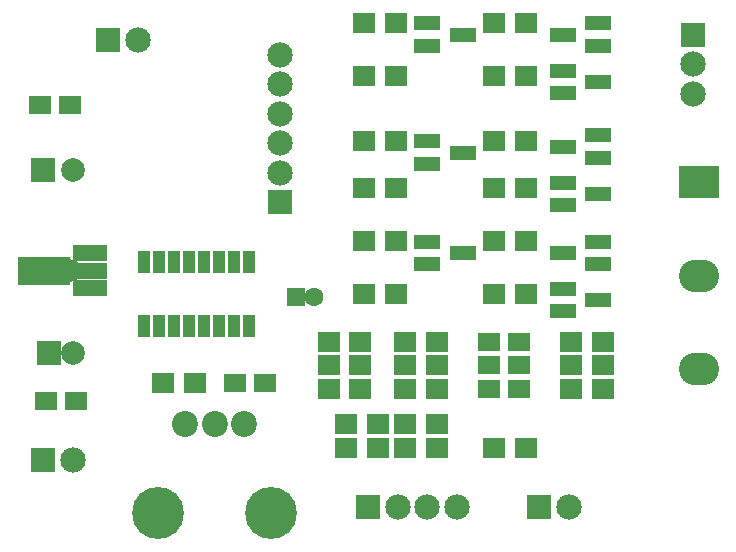
<source format=gts>
G04 #@! TF.FileFunction,Soldermask,Top*
%FSLAX46Y46*%
G04 Gerber Fmt 4.6, Leading zero omitted, Abs format (unit mm)*
G04 Created by KiCad (PCBNEW 4.0.7) date 06/22/18 18:45:24*
%MOMM*%
%LPD*%
G01*
G04 APERTURE LIST*
%ADD10C,0.100000*%
%ADD11R,2.150000X2.150000*%
%ADD12C,2.150000*%
%ADD13R,1.900000X1.650000*%
%ADD14R,2.000000X2.000000*%
%ADD15C,2.000000*%
%ADD16R,1.600000X1.600000*%
%ADD17C,1.600000*%
%ADD18R,1.900000X1.700000*%
%ADD19R,2.300000X1.200000*%
%ADD20C,2.200000*%
%ADD21C,4.400000*%
%ADD22R,2.900000X1.400000*%
%ADD23R,4.400000X2.400000*%
%ADD24R,1.000000X1.900000*%
%ADD25R,3.400000X2.750000*%
%ADD26O,3.400000X2.750000*%
G04 APERTURE END LIST*
D10*
D11*
X9500000Y45500000D03*
D12*
X12000000Y45500000D03*
D13*
X3750000Y40000000D03*
X6250000Y40000000D03*
D14*
X4000000Y34500000D03*
D15*
X6500000Y34500000D03*
D14*
X4500000Y19000000D03*
D15*
X6500000Y19000000D03*
D13*
X4250000Y15000000D03*
X6750000Y15000000D03*
D16*
X25400000Y23800000D03*
D17*
X26900000Y23800000D03*
D13*
X20250000Y16500000D03*
X22750000Y16500000D03*
X41750000Y20000000D03*
X44250000Y20000000D03*
X41750000Y18000000D03*
X44250000Y18000000D03*
X41750000Y16000000D03*
X44250000Y16000000D03*
D18*
X34650000Y13000000D03*
X37350000Y13000000D03*
X34650000Y11000000D03*
X37350000Y11000000D03*
D11*
X31500000Y6000000D03*
D12*
X34000000Y6000000D03*
X36500000Y6000000D03*
X39000000Y6000000D03*
D11*
X46000000Y6000000D03*
D12*
X48500000Y6000000D03*
D11*
X59000000Y46000000D03*
D12*
X59000000Y43500000D03*
X59000000Y41000000D03*
D19*
X36500000Y46950000D03*
X36500000Y45050000D03*
X39500000Y46000000D03*
X51000000Y45050000D03*
X51000000Y46950000D03*
X48000000Y46000000D03*
X48000000Y42950000D03*
X48000000Y41050000D03*
X51000000Y42000000D03*
X36500000Y36950000D03*
X36500000Y35050000D03*
X39500000Y36000000D03*
X51000000Y35550000D03*
X51000000Y37450000D03*
X48000000Y36500000D03*
X48000000Y33450000D03*
X48000000Y31550000D03*
X51000000Y32500000D03*
X36500000Y28450000D03*
X36500000Y26550000D03*
X39500000Y27500000D03*
X51000000Y26550000D03*
X51000000Y28450000D03*
X48000000Y27500000D03*
X48000000Y24450000D03*
X48000000Y22550000D03*
X51000000Y23500000D03*
D18*
X33850000Y47000000D03*
X31150000Y47000000D03*
X33850000Y42500000D03*
X31150000Y42500000D03*
X44850000Y42500000D03*
X42150000Y42500000D03*
X44850000Y47000000D03*
X42150000Y47000000D03*
X29650000Y13000000D03*
X32350000Y13000000D03*
X29650000Y11000000D03*
X32350000Y11000000D03*
X33850000Y37000000D03*
X31150000Y37000000D03*
X33850000Y33000000D03*
X31150000Y33000000D03*
X16850000Y16500000D03*
X14150000Y16500000D03*
X44850000Y33000000D03*
X42150000Y33000000D03*
X44850000Y37000000D03*
X42150000Y37000000D03*
X33850000Y28500000D03*
X31150000Y28500000D03*
X33850000Y24000000D03*
X31150000Y24000000D03*
X44850000Y24000000D03*
X42150000Y24000000D03*
X42150000Y11000000D03*
X44850000Y11000000D03*
X44850000Y28500000D03*
X42150000Y28500000D03*
X28150000Y20000000D03*
X30850000Y20000000D03*
X28150000Y18000000D03*
X30850000Y18000000D03*
X28150000Y16000000D03*
X30850000Y16000000D03*
X34650000Y20000000D03*
X37350000Y20000000D03*
X34650000Y18000000D03*
X37350000Y18000000D03*
X34650000Y16000000D03*
X37350000Y16000000D03*
X51350000Y20000000D03*
X48650000Y20000000D03*
X51350000Y18000000D03*
X48650000Y18000000D03*
X51350000Y16000000D03*
X48650000Y16000000D03*
D20*
X21000000Y13000000D03*
X18500000Y13000000D03*
X16000000Y13000000D03*
D21*
X23250000Y5500000D03*
X13750000Y5500000D03*
D22*
X7980000Y24500000D03*
X7980000Y26000000D03*
X7980000Y27500000D03*
D23*
X4020000Y26000000D03*
D10*
G36*
X5795000Y27200000D02*
X6945000Y26700000D01*
X6945000Y25300000D01*
X5795000Y24800000D01*
X5795000Y27200000D01*
X5795000Y27200000D01*
G37*
D24*
X12555000Y21300000D03*
X13825000Y21300000D03*
X15095000Y21300000D03*
X16365000Y21300000D03*
X17635000Y21300000D03*
X18905000Y21300000D03*
X20175000Y21300000D03*
X21445000Y21300000D03*
X21445000Y26700000D03*
X20175000Y26700000D03*
X18905000Y26700000D03*
X17635000Y26700000D03*
X16365000Y26700000D03*
X15095000Y26700000D03*
X13825000Y26700000D03*
X12555000Y26700000D03*
D11*
X4000000Y10000000D03*
D12*
X6500000Y10000000D03*
D11*
X24000000Y31800000D03*
D12*
X24000000Y34300000D03*
X24000000Y36800000D03*
X24000000Y39300000D03*
X24000000Y41800000D03*
X24000000Y44300000D03*
D25*
X59500000Y33500000D03*
D26*
X59500000Y25580000D03*
X59500000Y17660000D03*
M02*

</source>
